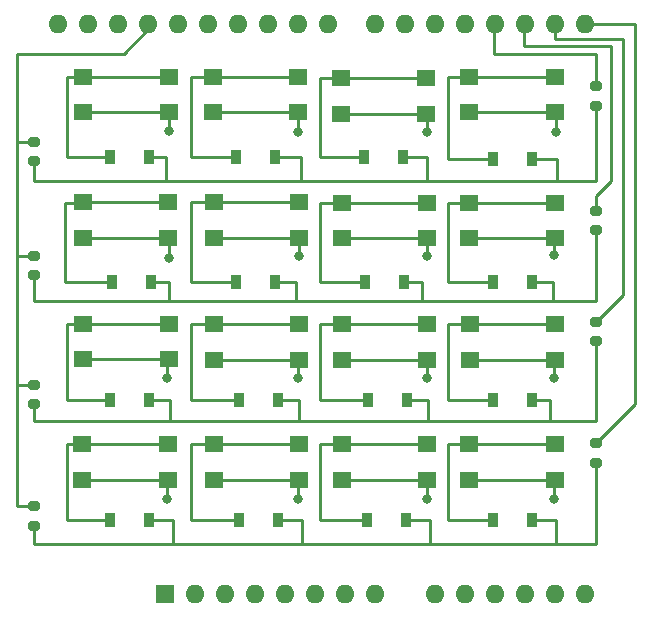
<source format=gbr>
%TF.GenerationSoftware,KiCad,Pcbnew,(6.0.10)*%
%TF.CreationDate,2023-08-09T19:07:30-05:00*%
%TF.ProjectId,Keypad,4b657970-6164-42e6-9b69-6361645f7063,rev?*%
%TF.SameCoordinates,Original*%
%TF.FileFunction,Copper,L1,Top*%
%TF.FilePolarity,Positive*%
%FSLAX46Y46*%
G04 Gerber Fmt 4.6, Leading zero omitted, Abs format (unit mm)*
G04 Created by KiCad (PCBNEW (6.0.10)) date 2023-08-09 19:07:30*
%MOMM*%
%LPD*%
G01*
G04 APERTURE LIST*
G04 Aperture macros list*
%AMRoundRect*
0 Rectangle with rounded corners*
0 $1 Rounding radius*
0 $2 $3 $4 $5 $6 $7 $8 $9 X,Y pos of 4 corners*
0 Add a 4 corners polygon primitive as box body*
4,1,4,$2,$3,$4,$5,$6,$7,$8,$9,$2,$3,0*
0 Add four circle primitives for the rounded corners*
1,1,$1+$1,$2,$3*
1,1,$1+$1,$4,$5*
1,1,$1+$1,$6,$7*
1,1,$1+$1,$8,$9*
0 Add four rect primitives between the rounded corners*
20,1,$1+$1,$2,$3,$4,$5,0*
20,1,$1+$1,$4,$5,$6,$7,0*
20,1,$1+$1,$6,$7,$8,$9,0*
20,1,$1+$1,$8,$9,$2,$3,0*%
G04 Aperture macros list end*
%TA.AperFunction,SMDPad,CuDef*%
%ADD10R,0.900000X1.200000*%
%TD*%
%TA.AperFunction,SMDPad,CuDef*%
%ADD11RoundRect,0.200000X-0.275000X0.200000X-0.275000X-0.200000X0.275000X-0.200000X0.275000X0.200000X0*%
%TD*%
%TA.AperFunction,SMDPad,CuDef*%
%ADD12R,1.600000X1.400000*%
%TD*%
%TA.AperFunction,ComponentPad*%
%ADD13R,1.600000X1.600000*%
%TD*%
%TA.AperFunction,ComponentPad*%
%ADD14O,1.600000X1.600000*%
%TD*%
%TA.AperFunction,ViaPad*%
%ADD15C,0.800000*%
%TD*%
%TA.AperFunction,Conductor*%
%ADD16C,0.250000*%
%TD*%
G04 APERTURE END LIST*
D10*
%TO.P,D2,1,K*%
%TO.N,Net-(D2-Pad1)*%
X119761000Y-67945000D03*
%TO.P,D2,2,A*%
%TO.N,Net-(D10-Pad2)*%
X123063000Y-67945000D03*
%TD*%
D11*
%TO.P,R1_330,1*%
%TO.N,Net-(R1_330-Pad1)*%
X160782000Y-81598000D03*
%TO.P,R1_330,2*%
%TO.N,Net-(D12-Pad2)*%
X160782000Y-83248000D03*
%TD*%
D10*
%TO.P,D4,1,K*%
%TO.N,Net-(D4-Pad1)*%
X119634000Y-88138000D03*
%TO.P,D4,2,A*%
%TO.N,Net-(D12-Pad2)*%
X122936000Y-88138000D03*
%TD*%
%TO.P,D15,1,K*%
%TO.N,Net-(D15-Pad1)*%
X152019000Y-77978000D03*
%TO.P,D15,2,A*%
%TO.N,Net-(D11-Pad2)*%
X155321000Y-77978000D03*
%TD*%
D12*
%TO.P,SW10,1,1*%
%TO.N,Net-(D10-Pad1)*%
X146475000Y-61238000D03*
X139275000Y-61238000D03*
%TO.P,SW10,2,2*%
%TO.N,Net-(SW10-Pad2)*%
X139275000Y-64238000D03*
X146475000Y-64238000D03*
%TD*%
%TO.P,SW2,1,1*%
%TO.N,Net-(D2-Pad1)*%
X117348000Y-61214000D03*
X124548000Y-61214000D03*
%TO.P,SW2,2,2*%
%TO.N,Net-(SW1-Pad2)*%
X124548000Y-64214000D03*
X117348000Y-64214000D03*
%TD*%
D11*
%TO.P,R6_1K1,1*%
%TO.N,Net-(R5_1K1-Pad1)*%
X113157000Y-65723000D03*
%TO.P,R6_1K1,2*%
%TO.N,Net-(D10-Pad2)*%
X113157000Y-67373000D03*
%TD*%
D12*
%TO.P,SW15,1,1*%
%TO.N,Net-(D15-Pad1)*%
X150114000Y-71525000D03*
X157314000Y-71525000D03*
%TO.P,SW15,2,2*%
%TO.N,Net-(SW13-Pad2)*%
X150114000Y-74525000D03*
X157314000Y-74525000D03*
%TD*%
D10*
%TO.P,D9,1,K*%
%TO.N,Net-(D9-Pad1)*%
X141097000Y-57404000D03*
%TO.P,D9,2,A*%
%TO.N,Net-(D1-Pad2)*%
X144399000Y-57404000D03*
%TD*%
D12*
%TO.P,SW14,1,1*%
%TO.N,Net-(D14-Pad1)*%
X157270000Y-61238000D03*
X150070000Y-61238000D03*
%TO.P,SW14,2,2*%
%TO.N,Net-(SW13-Pad2)*%
X157270000Y-64238000D03*
X150070000Y-64238000D03*
%TD*%
%TO.P,SW8,1,1*%
%TO.N,Net-(D8-Pad1)*%
X128397000Y-81685000D03*
X135597000Y-81685000D03*
%TO.P,SW8,2,2*%
%TO.N,Net-(SW5-Pad2)*%
X135597000Y-84685000D03*
X128397000Y-84685000D03*
%TD*%
D11*
%TO.P,R2_330,1*%
%TO.N,Net-(R2_330-Pad1)*%
X160782000Y-71311000D03*
%TO.P,R2_330,2*%
%TO.N,Net-(D11-Pad2)*%
X160782000Y-72961000D03*
%TD*%
%TO.P,R3_330,1*%
%TO.N,Net-(R3_330-Pad1)*%
X160782000Y-61913000D03*
%TO.P,R3_330,2*%
%TO.N,Net-(D10-Pad2)*%
X160782000Y-63563000D03*
%TD*%
D12*
%TO.P,SW7,1,1*%
%TO.N,Net-(D7-Pad1)*%
X128397000Y-71525000D03*
X135597000Y-71525000D03*
%TO.P,SW7,2,2*%
%TO.N,Net-(SW5-Pad2)*%
X128397000Y-74525000D03*
X135597000Y-74525000D03*
%TD*%
D10*
%TO.P,D1,1,K*%
%TO.N,Net-(D1-Pad1)*%
X119634000Y-57404000D03*
%TO.P,D1,2,A*%
%TO.N,Net-(D1-Pad2)*%
X122936000Y-57404000D03*
%TD*%
D12*
%TO.P,SW13,1,1*%
%TO.N,Net-(D13-Pad1)*%
X157270000Y-50570000D03*
X150070000Y-50570000D03*
%TO.P,SW13,2,2*%
%TO.N,Net-(SW13-Pad2)*%
X150070000Y-53570000D03*
X157270000Y-53570000D03*
%TD*%
D10*
%TO.P,D13,1,K*%
%TO.N,Net-(D13-Pad1)*%
X152019000Y-57531000D03*
%TO.P,D13,2,A*%
%TO.N,Net-(D1-Pad2)*%
X155321000Y-57531000D03*
%TD*%
D11*
%TO.P,R5_1K1,1*%
%TO.N,Net-(R5_1K1-Pad1)*%
X113157000Y-56071000D03*
%TO.P,R5_1K1,2*%
%TO.N,Net-(D1-Pad2)*%
X113157000Y-57721000D03*
%TD*%
D10*
%TO.P,D7,1,K*%
%TO.N,Net-(D7-Pad1)*%
X130556000Y-77978000D03*
%TO.P,D7,2,A*%
%TO.N,Net-(D11-Pad2)*%
X133858000Y-77978000D03*
%TD*%
%TO.P,D5,1,K*%
%TO.N,Net-(D5-Pad1)*%
X130302000Y-57404000D03*
%TO.P,D5,2,A*%
%TO.N,Net-(D1-Pad2)*%
X133604000Y-57404000D03*
%TD*%
D12*
%TO.P,SW6,1,1*%
%TO.N,Net-(D6-Pad1)*%
X135597000Y-61214000D03*
X128397000Y-61214000D03*
%TO.P,SW6,2,2*%
%TO.N,Net-(SW5-Pad2)*%
X135597000Y-64214000D03*
X128397000Y-64214000D03*
%TD*%
D13*
%TO.P,U1,1,NC*%
%TO.N,unconnected-(U1-Pad1)*%
X124331000Y-94359000D03*
D14*
%TO.P,U1,2,IOREF*%
%TO.N,unconnected-(U1-Pad2)*%
X126871000Y-94359000D03*
%TO.P,U1,3,~{RESET}*%
%TO.N,unconnected-(U1-Pad3)*%
X129411000Y-94359000D03*
%TO.P,U1,4,3V3*%
%TO.N,unconnected-(U1-Pad4)*%
X131951000Y-94359000D03*
%TO.P,U1,5,+5V*%
%TO.N,unconnected-(U1-Pad5)*%
X134491000Y-94359000D03*
%TO.P,U1,6,GND*%
%TO.N,unconnected-(U1-Pad6)*%
X137031000Y-94359000D03*
%TO.P,U1,7,GND*%
%TO.N,unconnected-(U1-Pad7)*%
X139571000Y-94359000D03*
%TO.P,U1,8,VIN*%
%TO.N,unconnected-(U1-Pad8)*%
X142111000Y-94359000D03*
%TO.P,U1,9,A0*%
%TO.N,unconnected-(U1-Pad9)*%
X147191000Y-94359000D03*
%TO.P,U1,10,A1*%
%TO.N,unconnected-(U1-Pad10)*%
X149731000Y-94359000D03*
%TO.P,U1,11,A2*%
%TO.N,unconnected-(U1-Pad11)*%
X152271000Y-94359000D03*
%TO.P,U1,12,A3*%
%TO.N,unconnected-(U1-Pad12)*%
X154811000Y-94359000D03*
%TO.P,U1,13,SDA/A4*%
%TO.N,unconnected-(U1-Pad13)*%
X157351000Y-94359000D03*
%TO.P,U1,14,SCL/A5*%
%TO.N,unconnected-(U1-Pad14)*%
X159891000Y-94359000D03*
%TO.P,U1,15,D0/RX*%
%TO.N,Net-(R1_330-Pad1)*%
X159891000Y-46099000D03*
%TO.P,U1,16,D1/TX*%
%TO.N,Net-(R2_330-Pad1)*%
X157351000Y-46099000D03*
%TO.P,U1,17,D2*%
%TO.N,Net-(R3_330-Pad1)*%
X154811000Y-46099000D03*
%TO.P,U1,18,D3*%
%TO.N,Net-(R4_330-Pad1)*%
X152271000Y-46099000D03*
%TO.P,U1,19,D4*%
%TO.N,Net-(SW13-Pad2)*%
X149731000Y-46099000D03*
%TO.P,U1,20,D5*%
%TO.N,Net-(SW10-Pad2)*%
X147191000Y-46099000D03*
%TO.P,U1,21,D6*%
%TO.N,Net-(SW5-Pad2)*%
X144651000Y-46099000D03*
%TO.P,U1,22,D7*%
%TO.N,Net-(SW1-Pad2)*%
X142111000Y-46099000D03*
%TO.P,U1,23,D8*%
%TO.N,unconnected-(U1-Pad23)*%
X138051000Y-46099000D03*
%TO.P,U1,24,D9*%
%TO.N,unconnected-(U1-Pad24)*%
X135511000Y-46099000D03*
%TO.P,U1,25,D10*%
%TO.N,unconnected-(U1-Pad25)*%
X132971000Y-46099000D03*
%TO.P,U1,26,D11*%
%TO.N,unconnected-(U1-Pad26)*%
X130431000Y-46099000D03*
%TO.P,U1,27,D12*%
%TO.N,unconnected-(U1-Pad27)*%
X127891000Y-46099000D03*
%TO.P,U1,28,D13*%
%TO.N,unconnected-(U1-Pad28)*%
X125351000Y-46099000D03*
%TO.P,U1,29,GND*%
%TO.N,Net-(R5_1K1-Pad1)*%
X122811000Y-46099000D03*
%TO.P,U1,30,AREF*%
%TO.N,unconnected-(U1-Pad30)*%
X120271000Y-46099000D03*
%TO.P,U1,31,SDA/A4*%
%TO.N,unconnected-(U1-Pad31)*%
X117731000Y-46099000D03*
%TO.P,U1,32,SCL/A5*%
%TO.N,unconnected-(U1-Pad32)*%
X115191000Y-46099000D03*
%TD*%
D10*
%TO.P,D3,1,K*%
%TO.N,Net-(D3-Pad1)*%
X119634000Y-77978000D03*
%TO.P,D3,2,A*%
%TO.N,Net-(D11-Pad2)*%
X122936000Y-77978000D03*
%TD*%
%TO.P,D12,1,K*%
%TO.N,Net-(D12-Pad1)*%
X141351000Y-88138000D03*
%TO.P,D12,2,A*%
%TO.N,Net-(D12-Pad2)*%
X144653000Y-88138000D03*
%TD*%
%TO.P,D16,1,K*%
%TO.N,Net-(D16-Pad1)*%
X152019000Y-88138000D03*
%TO.P,D16,2,A*%
%TO.N,Net-(D12-Pad2)*%
X155321000Y-88138000D03*
%TD*%
%TO.P,D6,1,K*%
%TO.N,Net-(D6-Pad1)*%
X130302000Y-67945000D03*
%TO.P,D6,2,A*%
%TO.N,Net-(D10-Pad2)*%
X133604000Y-67945000D03*
%TD*%
D12*
%TO.P,SW11,1,1*%
%TO.N,Net-(D11-Pad1)*%
X146475000Y-71525000D03*
X139275000Y-71525000D03*
%TO.P,SW11,2,2*%
%TO.N,Net-(SW10-Pad2)*%
X139275000Y-74525000D03*
X146475000Y-74525000D03*
%TD*%
%TO.P,SW12,1,1*%
%TO.N,Net-(D12-Pad1)*%
X139275000Y-81685000D03*
X146475000Y-81685000D03*
%TO.P,SW12,2,2*%
%TO.N,Net-(SW10-Pad2)*%
X139275000Y-84685000D03*
X146475000Y-84685000D03*
%TD*%
%TO.P,SW5,1,1*%
%TO.N,Net-(D5-Pad1)*%
X135553000Y-50594000D03*
X128353000Y-50594000D03*
%TO.P,SW5,2,2*%
%TO.N,Net-(SW5-Pad2)*%
X128353000Y-53594000D03*
X135553000Y-53594000D03*
%TD*%
%TO.P,SW9,1,1*%
%TO.N,Net-(D9-Pad1)*%
X146392000Y-50697000D03*
X139192000Y-50697000D03*
%TO.P,SW9,2,2*%
%TO.N,Net-(SW10-Pad2)*%
X146392000Y-53697000D03*
X139192000Y-53697000D03*
%TD*%
D11*
%TO.P,R7_1K1,1*%
%TO.N,Net-(R5_1K1-Pad1)*%
X113157000Y-76645000D03*
%TO.P,R7_1K1,2*%
%TO.N,Net-(D11-Pad2)*%
X113157000Y-78295000D03*
%TD*%
D12*
%TO.P,SW16,1,1*%
%TO.N,Net-(D16-Pad1)*%
X157270000Y-81685000D03*
X150070000Y-81685000D03*
%TO.P,SW16,2,2*%
%TO.N,Net-(SW13-Pad2)*%
X150070000Y-84685000D03*
X157270000Y-84685000D03*
%TD*%
D10*
%TO.P,D10,1,K*%
%TO.N,Net-(D10-Pad1)*%
X141224000Y-67945000D03*
%TO.P,D10,2,A*%
%TO.N,Net-(D10-Pad2)*%
X144526000Y-67945000D03*
%TD*%
%TO.P,D8,1,K*%
%TO.N,Net-(D8-Pad1)*%
X130556000Y-88138000D03*
%TO.P,D8,2,A*%
%TO.N,Net-(D12-Pad2)*%
X133858000Y-88138000D03*
%TD*%
D11*
%TO.P,R4_330,1*%
%TO.N,Net-(R4_330-Pad1)*%
X160782000Y-51372000D03*
%TO.P,R4_330,2*%
%TO.N,Net-(D1-Pad2)*%
X160782000Y-53022000D03*
%TD*%
%TO.P,R8_1K1,1*%
%TO.N,Net-(R5_1K1-Pad1)*%
X113157000Y-86932000D03*
%TO.P,R8_1K1,2*%
%TO.N,Net-(D12-Pad2)*%
X113157000Y-88582000D03*
%TD*%
D10*
%TO.P,D11,1,K*%
%TO.N,Net-(D11-Pad1)*%
X141478000Y-77978000D03*
%TO.P,D11,2,A*%
%TO.N,Net-(D11-Pad2)*%
X144780000Y-77978000D03*
%TD*%
D12*
%TO.P,SW1,1,1*%
%TO.N,Net-(D1-Pad1)*%
X124587000Y-50594000D03*
X117387000Y-50594000D03*
%TO.P,SW1,2,2*%
%TO.N,Net-(SW1-Pad2)*%
X117387000Y-53594000D03*
X124587000Y-53594000D03*
%TD*%
D10*
%TO.P,D14,1,K*%
%TO.N,Net-(D14-Pad1)*%
X152019000Y-67945000D03*
%TO.P,D14,2,A*%
%TO.N,Net-(D10-Pad2)*%
X155321000Y-67945000D03*
%TD*%
D12*
%TO.P,SW3,1,1*%
%TO.N,Net-(D3-Pad1)*%
X117387000Y-71501000D03*
X124587000Y-71501000D03*
%TO.P,SW3,2,2*%
%TO.N,Net-(SW1-Pad2)*%
X124587000Y-74501000D03*
X117387000Y-74501000D03*
%TD*%
%TO.P,SW4,1,1*%
%TO.N,Net-(D4-Pad1)*%
X117304000Y-81685000D03*
X124504000Y-81685000D03*
%TO.P,SW4,2,2*%
%TO.N,Net-(SW1-Pad2)*%
X117304000Y-84685000D03*
X124504000Y-84685000D03*
%TD*%
D15*
%TO.N,Net-(SW1-Pad2)*%
X124657400Y-55188400D03*
X124587000Y-65913000D03*
X124460000Y-76073000D03*
X124460000Y-86360000D03*
%TO.N,Net-(SW10-Pad2)*%
X146431000Y-55245000D03*
X146431000Y-65786000D03*
X146431000Y-86360000D03*
X146431000Y-76073000D03*
%TO.N,Net-(SW5-Pad2)*%
X135509000Y-76073000D03*
X135509000Y-86360000D03*
X135636000Y-65786000D03*
X135509000Y-55245000D03*
%TO.N,Net-(SW13-Pad2)*%
X157353000Y-55245000D03*
X157226000Y-65659000D03*
X157226000Y-86360000D03*
X157245600Y-76053400D03*
%TD*%
D16*
%TO.N,Net-(R2_330-Pad1)*%
X157351000Y-47369000D02*
X157351000Y-46099000D01*
X157353000Y-47371000D02*
X157351000Y-47369000D01*
X163068000Y-47371000D02*
X157353000Y-47371000D01*
X163068000Y-69088000D02*
X163068000Y-47371000D01*
X160782000Y-71374000D02*
X163068000Y-69088000D01*
%TO.N,Net-(R3_330-Pad1)*%
X162052000Y-48006000D02*
X154686000Y-48006000D01*
X162052000Y-59436000D02*
X162052000Y-48006000D01*
X160782000Y-60706000D02*
X162052000Y-59436000D01*
X160782000Y-61976000D02*
X160782000Y-60706000D01*
X154686000Y-48006000D02*
X154686000Y-46736000D01*
%TO.N,Net-(R4_330-Pad1)*%
X152146000Y-48641000D02*
X152146000Y-46736000D01*
X160782000Y-48641000D02*
X152146000Y-48641000D01*
X160782000Y-51308000D02*
X160782000Y-48641000D01*
%TO.N,Net-(R1_330-Pad1)*%
X159893000Y-46101000D02*
X159891000Y-46099000D01*
X164084000Y-46101000D02*
X159893000Y-46101000D01*
X164084000Y-78296000D02*
X164084000Y-46101000D01*
X160782000Y-81598000D02*
X164084000Y-78296000D01*
%TO.N,Net-(D1-Pad1)*%
X119634000Y-57404000D02*
X115951000Y-57404000D01*
X115951000Y-57404000D02*
X115951000Y-50570000D01*
X115951000Y-50570000D02*
X124675000Y-50570000D01*
%TO.N,Net-(D1-Pad2)*%
X157480000Y-59436000D02*
X160782000Y-59436000D01*
X135763000Y-59436000D02*
X146431000Y-59436000D01*
X135763000Y-59436000D02*
X135763000Y-57404000D01*
X146456400Y-59410600D02*
X146456400Y-57429400D01*
X146431000Y-59436000D02*
X157480000Y-59436000D01*
X157480000Y-59436000D02*
X157480000Y-57531000D01*
X113157000Y-59436000D02*
X124333000Y-59436000D01*
X135763000Y-57404000D02*
X133604000Y-57404000D01*
X124333000Y-59436000D02*
X135763000Y-59436000D01*
X124333000Y-57404000D02*
X122936000Y-57404000D01*
X160782000Y-59436000D02*
X160782000Y-53022000D01*
X146456400Y-57429400D02*
X146431000Y-57404000D01*
X157480000Y-57531000D02*
X155321000Y-57531000D01*
X146431000Y-57404000D02*
X144399000Y-57404000D01*
X124333000Y-57404000D02*
X124333000Y-59436000D01*
X113157000Y-57721000D02*
X113157000Y-59436000D01*
X146431000Y-59436000D02*
X146456400Y-59410600D01*
%TO.N,Net-(D11-Pad2)*%
X146558000Y-77978000D02*
X146558000Y-79756000D01*
X133858000Y-77978000D02*
X135636000Y-77978000D01*
X146558000Y-79756000D02*
X156845000Y-79756000D01*
X113157000Y-78295000D02*
X113157000Y-79756000D01*
X124714000Y-79756000D02*
X135636000Y-79756000D01*
X135636000Y-79756000D02*
X146558000Y-79756000D01*
X156845000Y-79756000D02*
X160782000Y-79756000D01*
X135636000Y-77978000D02*
X135636000Y-79756000D01*
X156845000Y-77978000D02*
X156845000Y-79756000D01*
X155321000Y-77978000D02*
X156845000Y-77978000D01*
X144780000Y-77978000D02*
X146558000Y-77978000D01*
X160782000Y-79756000D02*
X160782000Y-72961000D01*
X122936000Y-77978000D02*
X124714000Y-77978000D01*
X124714000Y-77978000D02*
X124714000Y-79756000D01*
X113157000Y-79756000D02*
X124714000Y-79756000D01*
%TO.N,Net-(D5-Pad1)*%
X128524000Y-50594000D02*
X135724000Y-50594000D01*
X126492000Y-57404000D02*
X126492000Y-50570000D01*
X126492000Y-50570000D02*
X128353000Y-50570000D01*
X130302000Y-57404000D02*
X126492000Y-57404000D01*
%TO.N,Net-(D9-Pad1)*%
X141097000Y-57404000D02*
X137414000Y-57404000D01*
X139192000Y-50697000D02*
X146392000Y-50697000D01*
X137414000Y-50697000D02*
X139402000Y-50697000D01*
X137414000Y-57404000D02*
X137414000Y-50697000D01*
%TO.N,Net-(D15-Pad1)*%
X152019000Y-77978000D02*
X148209000Y-77978000D01*
X150114000Y-71525000D02*
X157314000Y-71525000D01*
X148209000Y-71525000D02*
X150114000Y-71525000D01*
X148209000Y-77978000D02*
X148209000Y-71525000D01*
%TO.N,Net-(R5_1K1-Pad1)*%
X111760000Y-86932000D02*
X113157000Y-86932000D01*
X111760000Y-76645000D02*
X113157000Y-76645000D01*
X111824000Y-56071000D02*
X111760000Y-56007000D01*
X120781000Y-48641000D02*
X122686000Y-46736000D01*
X111760000Y-62992000D02*
X111760000Y-56007000D01*
X113157000Y-56071000D02*
X111824000Y-56071000D01*
X111760000Y-56007000D02*
X111760000Y-48641000D01*
X111760000Y-62992000D02*
X111760000Y-73279000D01*
X111760000Y-73279000D02*
X111760000Y-86932000D01*
X111760000Y-48641000D02*
X120781000Y-48641000D01*
X111760000Y-65723000D02*
X113157000Y-65723000D01*
%TO.N,Net-(SW1-Pad2)*%
X124460000Y-76073000D02*
X124460000Y-74628000D01*
X124587000Y-53594000D02*
X117387000Y-53594000D01*
X124587000Y-74501000D02*
X117387000Y-74501000D01*
X124657400Y-55188400D02*
X124657400Y-53664400D01*
X124657400Y-53664400D02*
X124587000Y-53594000D01*
X124460000Y-84729000D02*
X124504000Y-84685000D01*
X124460000Y-74628000D02*
X124587000Y-74501000D01*
X124587000Y-65913000D02*
X124587000Y-64253000D01*
X124587000Y-64253000D02*
X124548000Y-64214000D01*
X124548000Y-64214000D02*
X117348000Y-64214000D01*
X124504000Y-84685000D02*
X117304000Y-84685000D01*
X124460000Y-86360000D02*
X124460000Y-84729000D01*
%TO.N,Net-(D13-Pad1)*%
X148209000Y-57531000D02*
X148209000Y-50570000D01*
X150070000Y-50570000D02*
X157270000Y-50570000D01*
X148209000Y-50570000D02*
X150070000Y-50570000D01*
X152019000Y-57531000D02*
X148209000Y-57531000D01*
%TO.N,Net-(SW10-Pad2)*%
X146475000Y-84685000D02*
X139275000Y-84685000D01*
X146431000Y-84729000D02*
X146475000Y-84685000D01*
X146431000Y-64282000D02*
X146475000Y-64238000D01*
X146431000Y-53736000D02*
X146392000Y-53697000D01*
X146431000Y-74569000D02*
X146475000Y-74525000D01*
X146431000Y-86360000D02*
X146431000Y-84729000D01*
X146431000Y-65786000D02*
X146431000Y-64282000D01*
X146475000Y-74525000D02*
X139275000Y-74525000D01*
X146431000Y-55245000D02*
X146431000Y-53736000D01*
X146392000Y-53697000D02*
X139192000Y-53697000D01*
X146475000Y-64238000D02*
X139275000Y-64238000D01*
X146431000Y-76073000D02*
X146431000Y-74569000D01*
%TO.N,Net-(D2-Pad1)*%
X115824000Y-61238000D02*
X117304000Y-61238000D01*
X119761000Y-67945000D02*
X115824000Y-67945000D01*
X115824000Y-67945000D02*
X115824000Y-61238000D01*
X117348000Y-61214000D02*
X124548000Y-61214000D01*
%TO.N,Net-(D10-Pad2)*%
X157099000Y-69596000D02*
X160782000Y-69596000D01*
X113157000Y-69596000D02*
X124587000Y-69596000D01*
X157099000Y-67945000D02*
X155321000Y-67945000D01*
X124587000Y-67945000D02*
X124587000Y-69596000D01*
X144526000Y-67945000D02*
X146050000Y-67945000D01*
X135382000Y-67945000D02*
X135382000Y-69596000D01*
X123063000Y-67945000D02*
X124587000Y-67945000D01*
X146050000Y-67945000D02*
X146050000Y-69596000D01*
X157099000Y-69596000D02*
X157099000Y-67945000D01*
X135382000Y-69596000D02*
X146050000Y-69596000D01*
X146050000Y-69596000D02*
X157099000Y-69596000D01*
X133604000Y-67945000D02*
X135382000Y-67945000D01*
X124587000Y-69596000D02*
X135382000Y-69596000D01*
X160782000Y-69596000D02*
X160782000Y-63563000D01*
X113157000Y-67373000D02*
X113157000Y-69596000D01*
%TO.N,Net-(D3-Pad1)*%
X117387000Y-71501000D02*
X124587000Y-71501000D01*
X115951000Y-71501000D02*
X117387000Y-71501000D01*
X115951000Y-77978000D02*
X115951000Y-71501000D01*
X119634000Y-77978000D02*
X115951000Y-77978000D01*
%TO.N,Net-(D4-Pad1)*%
X119634000Y-88138000D02*
X115951000Y-88138000D01*
X117304000Y-81685000D02*
X124504000Y-81685000D01*
X115951000Y-81685000D02*
X117304000Y-81685000D01*
X115951000Y-88138000D02*
X115951000Y-81685000D01*
%TO.N,Net-(D12-Pad2)*%
X160782000Y-90170000D02*
X160782000Y-83248000D01*
X113157000Y-90170000D02*
X124968000Y-90170000D01*
X155321000Y-88138000D02*
X157353000Y-88138000D01*
X146685000Y-88138000D02*
X146685000Y-90170000D01*
X113157000Y-88582000D02*
X113157000Y-90170000D01*
X146685000Y-90170000D02*
X157353000Y-90170000D01*
X124968000Y-88138000D02*
X124968000Y-90170000D01*
X122936000Y-88138000D02*
X124968000Y-88138000D01*
X144653000Y-88138000D02*
X146685000Y-88138000D01*
X133858000Y-88138000D02*
X135890000Y-88138000D01*
X157353000Y-90170000D02*
X160782000Y-90170000D01*
X157353000Y-88138000D02*
X157353000Y-90170000D01*
X135890000Y-88138000D02*
X135890000Y-90170000D01*
X135890000Y-90170000D02*
X146685000Y-90170000D01*
X124968000Y-90170000D02*
X135890000Y-90170000D01*
%TO.N,Net-(D6-Pad1)*%
X126492000Y-67945000D02*
X126492000Y-61214000D01*
X126492000Y-61214000D02*
X128397000Y-61214000D01*
X130302000Y-67945000D02*
X126492000Y-67945000D01*
X128397000Y-61214000D02*
X135597000Y-61214000D01*
%TO.N,Net-(D7-Pad1)*%
X126492000Y-77978000D02*
X126492000Y-71525000D01*
X128397000Y-71525000D02*
X135597000Y-71525000D01*
X126492000Y-71525000D02*
X128397000Y-71525000D01*
X130556000Y-77978000D02*
X126492000Y-77978000D01*
%TO.N,Net-(D8-Pad1)*%
X128397000Y-81685000D02*
X135597000Y-81685000D01*
X126492000Y-81685000D02*
X128397000Y-81685000D01*
X130556000Y-88138000D02*
X126492000Y-88138000D01*
X126492000Y-88138000D02*
X126492000Y-81685000D01*
%TO.N,Net-(D10-Pad1)*%
X137414000Y-61238000D02*
X139275000Y-61238000D01*
X139275000Y-61238000D02*
X146475000Y-61238000D01*
X137414000Y-67945000D02*
X137414000Y-61238000D01*
X141224000Y-67945000D02*
X137414000Y-67945000D01*
%TO.N,Net-(D11-Pad1)*%
X141478000Y-77978000D02*
X137414000Y-77978000D01*
X137414000Y-77978000D02*
X137414000Y-71525000D01*
X139275000Y-71525000D02*
X146475000Y-71525000D01*
X137414000Y-71525000D02*
X139275000Y-71525000D01*
%TO.N,Net-(D12-Pad1)*%
X139275000Y-81685000D02*
X146475000Y-81685000D01*
X141351000Y-88138000D02*
X137414000Y-88138000D01*
X137414000Y-81685000D02*
X139275000Y-81685000D01*
X137414000Y-88138000D02*
X137414000Y-81685000D01*
%TO.N,Net-(D14-Pad1)*%
X148209000Y-67945000D02*
X148209000Y-61238000D01*
X152019000Y-67945000D02*
X148209000Y-67945000D01*
X148209000Y-61238000D02*
X150070000Y-61238000D01*
X150070000Y-61238000D02*
X157270000Y-61238000D01*
%TO.N,Net-(D16-Pad1)*%
X152019000Y-88138000D02*
X148209000Y-88138000D01*
X148209000Y-88138000D02*
X148209000Y-81685000D01*
X150070000Y-81685000D02*
X157270000Y-81685000D01*
X148209000Y-81685000D02*
X150070000Y-81685000D01*
%TO.N,Net-(SW5-Pad2)*%
X135553000Y-53594000D02*
X128353000Y-53594000D01*
X135597000Y-84685000D02*
X128397000Y-84685000D01*
X135509000Y-84773000D02*
X135597000Y-84685000D01*
X135636000Y-65786000D02*
X135636000Y-64253000D01*
X135509000Y-76073000D02*
X135509000Y-74613000D01*
X135597000Y-74525000D02*
X128397000Y-74525000D01*
X135636000Y-64253000D02*
X135597000Y-64214000D01*
X135509000Y-74613000D02*
X135597000Y-74525000D01*
X135509000Y-86360000D02*
X135509000Y-84773000D01*
X135509000Y-53638000D02*
X135553000Y-53594000D01*
X135597000Y-64214000D02*
X128397000Y-64214000D01*
X135509000Y-55245000D02*
X135509000Y-53638000D01*
%TO.N,Net-(SW13-Pad2)*%
X157226000Y-65659000D02*
X157226000Y-64282000D01*
X157245600Y-74593400D02*
X157314000Y-74525000D01*
X157226000Y-84729000D02*
X157270000Y-84685000D01*
X157226000Y-86360000D02*
X157226000Y-84729000D01*
X157245600Y-76053400D02*
X157245600Y-74593400D01*
X157353000Y-55245000D02*
X157353000Y-53653000D01*
X157353000Y-53653000D02*
X157270000Y-53570000D01*
X157270000Y-84685000D02*
X150070000Y-84685000D01*
X157314000Y-74525000D02*
X150114000Y-74525000D01*
X157270000Y-64238000D02*
X150070000Y-64238000D01*
X157270000Y-53570000D02*
X150070000Y-53570000D01*
X157226000Y-64282000D02*
X157270000Y-64238000D01*
%TD*%
M02*

</source>
